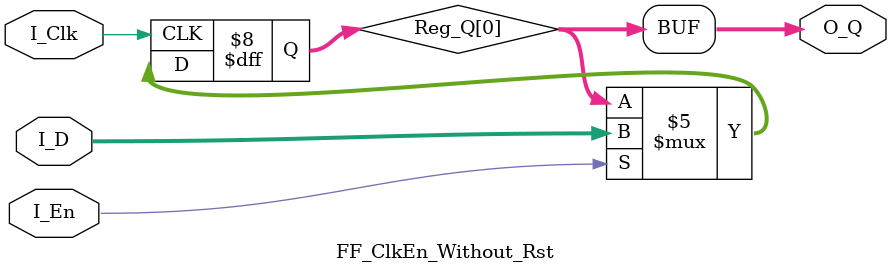
<source format=sv>
/**********************************************************************
File Name: FF_ClkEn_Without_Rst.sv

Description: Implements a D-F/F with a clock enable and no reset.
             It is recommended to be used only in shift-register chain
             and data-path flops. Avoid using it in control path
             signals.

Author: github.com/micky-bank

Creation Date: Saturday 22 August 2020 08:27:46 PM

Last Modified:
**********************************************************************/

module FF_ClkEn_Without_Rst #(
    parameter         DATA_WIDTH   = 8,
    parameter         PIPE_LEN     = 1
)
(
    input                               I_Clk,
    input         [DATA_WIDTH-1 : 0]    I_D,
    input                               I_En,
    output logic  [DATA_WIDTH-1 : 0]    O_Q
);

logic          [DATA_WIDTH-1 : 0]       Reg_Q       [PIPE_LEN-1 : 0];

always_ff @(posedge I_Clk) begin
    for (int i = 0; i < PIPE_LEN; i++) begin
        if (I_En) begin
            if (i == 0)    Reg_Q [i] <= I_D;
            else           Reg_Q [i] <= Reg_Q [i-1];
        end
    end
end

assign O_Q = Reg_Q [PIPE_LEN-1];

endmodule : FF_ClkEn_Without_Rst

</source>
